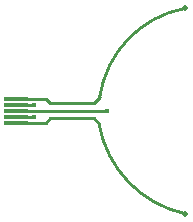
<source format=gbr>
%TF.GenerationSoftware,KiCad,Pcbnew,8.0.0*%
%TF.CreationDate,2024-03-07T16:43:38+08:00*%
%TF.ProjectId,LED_ring,4c45445f-7269-46e6-972e-6b696361645f,rev?*%
%TF.SameCoordinates,Original*%
%TF.FileFunction,Copper,L2,Bot*%
%TF.FilePolarity,Positive*%
%FSLAX46Y46*%
G04 Gerber Fmt 4.6, Leading zero omitted, Abs format (unit mm)*
G04 Created by KiCad (PCBNEW 8.0.0) date 2024-03-07 16:43:38*
%MOMM*%
%LPD*%
G01*
G04 APERTURE LIST*
%TA.AperFunction,Conductor*%
%ADD10C,0.254000*%
%TD*%
%TA.AperFunction,SMDPad,CuDef*%
%ADD11R,2.000000X0.300000*%
%TD*%
%TA.AperFunction,ViaPad*%
%ADD12C,0.500000*%
%TD*%
%TA.AperFunction,ViaPad*%
%ADD13C,0.400000*%
%TD*%
G04 APERTURE END LIST*
D10*
%TO.N,$1N2857*%
X156647000Y-112428000D02*
G75*
G02*
X149339985Y-104812503I2001200J9233400D01*
G01*
%TO.N,$1N2904*%
X149395000Y-102554500D02*
G75*
G02*
X156633004Y-95030523I8891800J-1310400D01*
G01*
%TD*%
D11*
%TO.P,,1*%
%TO.N,$1N2857*%
X142346500Y-104704000D03*
%TD*%
%TO.P,,1*%
%TO.N,CPO*%
X142346500Y-103688000D03*
%TD*%
%TO.P,,1*%
%TO.N,$1N2896*%
X142346500Y-103205000D03*
%TD*%
%TO.P,,1*%
%TO.N,$1N2904*%
X142346500Y-102697000D03*
%TD*%
%TO.P,,1*%
%TO.N,$1N2869*%
X142346500Y-104196000D03*
%TD*%
D12*
%TO.N,$1N2857*%
X156647000Y-112428000D03*
D13*
%TO.N,CPO*%
X150043000Y-103690500D03*
%TO.N,$1N2869*%
X143838500Y-104207500D03*
%TO.N,$1N2896*%
X143838500Y-103191500D03*
D12*
%TO.N,$1N2904*%
X156596500Y-95029000D03*
%TD*%
D10*
%TO.N,$1N2857*%
X144852500Y-104704000D02*
X142346500Y-104704000D01*
X142339000Y-104711500D02*
X142346500Y-104704000D01*
X145207000Y-104349000D02*
X144852500Y-104704000D01*
X148877000Y-104349000D02*
X145207000Y-104349000D01*
X149340000Y-104812500D02*
X148877000Y-104349000D01*
%TO.N,CPO*%
X150043000Y-103690500D02*
X150040500Y-103688000D01*
X150040500Y-103688000D02*
X142346500Y-103688000D01*
%TO.N,$1N2869*%
X142346500Y-104196000D02*
X143827000Y-104196000D01*
X143827000Y-104196000D02*
X143838500Y-104207500D01*
%TO.N,$1N2896*%
X143824500Y-103205000D02*
X142346500Y-103205000D01*
X143838500Y-103191500D02*
X143824500Y-103205000D01*
%TO.N,$1N2904*%
X148936000Y-103013500D02*
X145166000Y-103013500D01*
X149395000Y-102554500D02*
X148936000Y-103013500D01*
X145166000Y-103013500D02*
X144849500Y-102697000D01*
X144849500Y-102697000D02*
X142346500Y-102697000D01*
%TD*%
M02*

</source>
